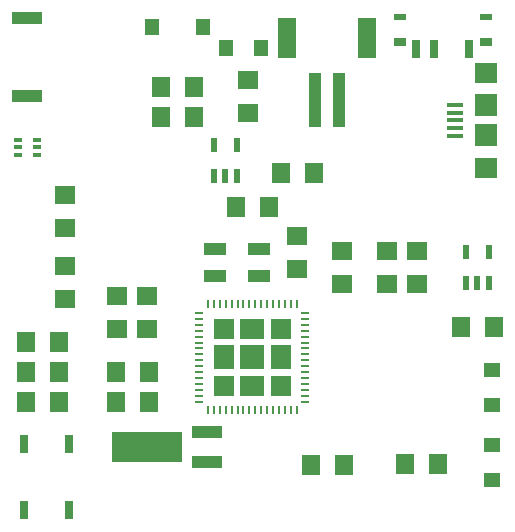
<source format=gtp>
G75*
%MOIN*%
%OFA0B0*%
%FSLAX25Y25*%
%IPPOS*%
%LPD*%
%AMOC8*
5,1,8,0,0,1.08239X$1,22.5*
%
%ADD10R,0.10000X0.04000*%
%ADD11R,0.03150X0.01378*%
%ADD12R,0.06299X0.07087*%
%ADD13R,0.07087X0.06299*%
%ADD14R,0.05512X0.04724*%
%ADD15R,0.02756X0.05906*%
%ADD16R,0.03937X0.02362*%
%ADD17R,0.03937X0.03150*%
%ADD18R,0.03000X0.06000*%
%ADD19R,0.01102X0.03150*%
%ADD20R,0.03150X0.01102*%
%ADD21R,0.07087X0.07087*%
%ADD22R,0.07087X0.07874*%
%ADD23R,0.07874X0.07087*%
%ADD24R,0.07874X0.07874*%
%ADD25R,0.07480X0.04331*%
%ADD26R,0.09843X0.03937*%
%ADD27R,0.23622X0.09843*%
%ADD28R,0.02165X0.04724*%
%ADD29R,0.05000X0.05787*%
%ADD30R,0.03937X0.18110*%
%ADD31R,0.06299X0.13386*%
%ADD32R,0.04724X0.05512*%
%ADD33R,0.05512X0.01378*%
%ADD34R,0.07480X0.07087*%
%ADD35R,0.07480X0.07480*%
D10*
X0016000Y0156801D03*
X0016000Y0182801D03*
D11*
X0012850Y0142360D03*
X0012850Y0139801D03*
X0012850Y0137242D03*
X0019150Y0137242D03*
X0019150Y0139801D03*
X0019150Y0142360D03*
D12*
X0060488Y0149801D03*
X0060488Y0159801D03*
X0071512Y0159801D03*
X0071512Y0149801D03*
X0100488Y0131301D03*
X0111512Y0131301D03*
X0096512Y0119801D03*
X0085488Y0119801D03*
X0026512Y0074801D03*
X0015488Y0074801D03*
X0015488Y0064801D03*
X0015488Y0054801D03*
X0026512Y0054801D03*
X0026512Y0064801D03*
X0045488Y0064801D03*
X0045488Y0054801D03*
X0056512Y0054801D03*
X0056512Y0064801D03*
X0110488Y0033801D03*
X0121512Y0033801D03*
X0141988Y0034301D03*
X0153012Y0034301D03*
X0160488Y0079801D03*
X0171512Y0079801D03*
D13*
X0146000Y0094289D03*
X0136000Y0094289D03*
X0136000Y0105313D03*
X0146000Y0105313D03*
X0121000Y0105313D03*
X0121000Y0094289D03*
X0106000Y0099289D03*
X0106000Y0110313D03*
X0089500Y0151289D03*
X0089500Y0162313D03*
X0028500Y0123813D03*
X0028500Y0112789D03*
X0028500Y0100313D03*
X0028500Y0089289D03*
X0046000Y0090313D03*
X0056000Y0090313D03*
X0056000Y0079289D03*
X0046000Y0079289D03*
D14*
X0171000Y0065707D03*
X0171000Y0053895D03*
X0171000Y0040707D03*
X0171000Y0028895D03*
D15*
X0163358Y0172411D03*
X0151547Y0172411D03*
X0145642Y0172411D03*
D16*
X0140130Y0183238D03*
X0168870Y0183238D03*
D17*
X0168870Y0174970D03*
X0140130Y0174970D03*
D18*
X0015000Y0018801D03*
X0030000Y0018801D03*
X0030000Y0040801D03*
X0015000Y0040801D03*
D19*
X0076236Y0052084D03*
X0078205Y0052084D03*
X0080173Y0052084D03*
X0082142Y0052084D03*
X0084110Y0052084D03*
X0086079Y0052084D03*
X0088047Y0052084D03*
X0090016Y0052084D03*
X0091984Y0052084D03*
X0093953Y0052084D03*
X0095921Y0052084D03*
X0097890Y0052084D03*
X0099858Y0052084D03*
X0101827Y0052084D03*
X0103795Y0052084D03*
X0105764Y0052084D03*
X0105764Y0087518D03*
X0103795Y0087518D03*
X0101827Y0087518D03*
X0099858Y0087518D03*
X0097890Y0087518D03*
X0095921Y0087518D03*
X0093953Y0087518D03*
X0091984Y0087518D03*
X0090016Y0087518D03*
X0088047Y0087518D03*
X0086079Y0087518D03*
X0084110Y0087518D03*
X0082142Y0087518D03*
X0080173Y0087518D03*
X0078205Y0087518D03*
X0076236Y0087518D03*
D20*
X0073283Y0084565D03*
X0073283Y0082596D03*
X0073283Y0080628D03*
X0073283Y0078659D03*
X0073283Y0076691D03*
X0073283Y0074722D03*
X0073283Y0072754D03*
X0073283Y0070785D03*
X0073283Y0068817D03*
X0073283Y0066848D03*
X0073283Y0064880D03*
X0073283Y0062911D03*
X0073283Y0060943D03*
X0073283Y0058974D03*
X0073283Y0057006D03*
X0073283Y0055037D03*
X0108717Y0055037D03*
X0108717Y0057006D03*
X0108717Y0058974D03*
X0108717Y0060943D03*
X0108717Y0062911D03*
X0108717Y0064880D03*
X0108717Y0066848D03*
X0108717Y0068817D03*
X0108717Y0070785D03*
X0108717Y0072754D03*
X0108717Y0074722D03*
X0108717Y0076691D03*
X0108717Y0078659D03*
X0108717Y0080628D03*
X0108717Y0082596D03*
X0108717Y0084565D03*
D21*
X0100449Y0079250D03*
X0081551Y0079250D03*
X0081551Y0060352D03*
X0100449Y0060352D03*
D22*
X0100449Y0069801D03*
X0081551Y0069801D03*
D23*
X0091000Y0060352D03*
X0091000Y0079250D03*
D24*
X0091000Y0069801D03*
D25*
X0093283Y0096773D03*
X0093283Y0105829D03*
X0078717Y0105829D03*
X0078717Y0096773D03*
D26*
X0076000Y0044801D03*
X0076000Y0034801D03*
D27*
X0056000Y0039801D03*
D28*
X0078260Y0130183D03*
X0082000Y0130183D03*
X0085740Y0130183D03*
X0085740Y0140420D03*
X0078260Y0140420D03*
X0162260Y0104919D03*
X0169740Y0104919D03*
X0169740Y0094683D03*
X0166000Y0094683D03*
X0162260Y0094683D03*
D29*
X0074465Y0179801D03*
X0057535Y0179801D03*
D30*
X0112063Y0155734D03*
X0119937Y0155734D03*
D31*
X0129386Y0176207D03*
X0102614Y0176207D03*
D32*
X0093906Y0172801D03*
X0082094Y0172801D03*
D33*
X0158567Y0153919D03*
X0158567Y0151360D03*
X0158567Y0148801D03*
X0158567Y0146242D03*
X0158567Y0143683D03*
D34*
X0169000Y0133053D03*
X0169000Y0164549D03*
D35*
X0169000Y0153801D03*
X0169000Y0143801D03*
M02*

</source>
